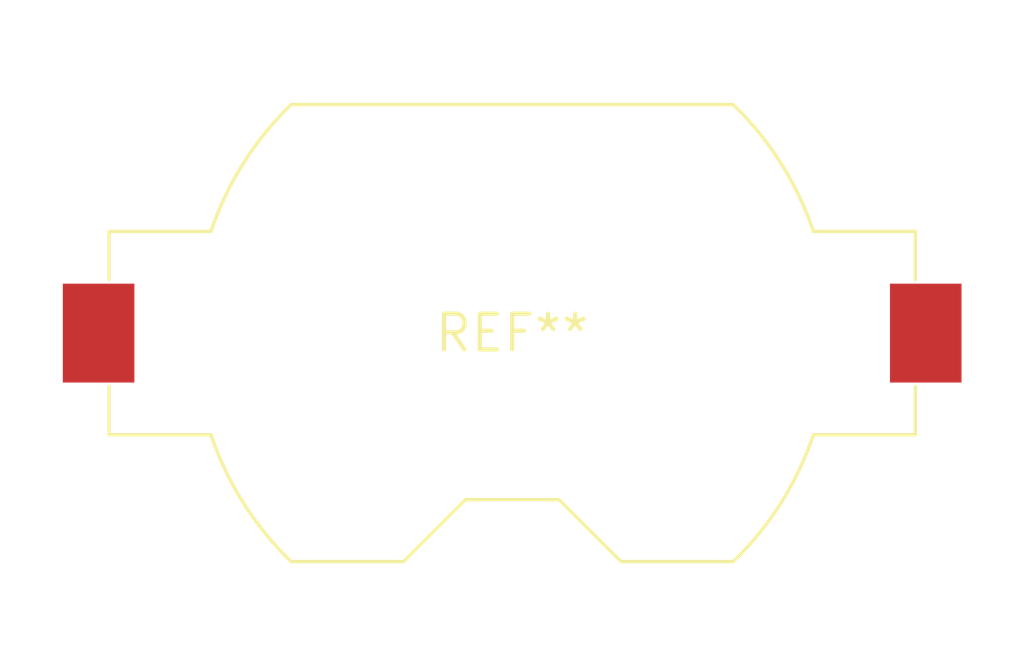
<source format=kicad_pcb>
(kicad_pcb (version 20240108) (generator pcbnew)
  (layers (0 "F.Cu" signal) (31 "B.Cu" signal) (34 "B.Paste" user) (35 "F.Paste" user) (36 "B.SilkS" user "B.Silkscreen") (37 "F.SilkS" user "F.Silkscreen") (38 "B.Mask" user) (39 "F.Mask" user) (44 "Edge.Cuts" user))
  (net 0 "")
  (footprint "BatteryHolder_Keystone_1058_1x2032" (layer "F.Cu") (at 0 0)
    (property "Reference" "REF**")
    (property "Value" "BatteryHolder_Keystone_1058_1x2032")
    (fp_line (start -14.31 -3.61) (end -10.692 -3.61) (layer "F.SilkS") (stroke (width 0.12)))
    (fp_line (start -14.31 -1.9) (end -14.31 -3.61) (layer "F.SilkS") (stroke (width 0.12)))
    (fp_line (start -14.31 1.9) (end -14.31 3.61) (layer "F.SilkS") (stroke (width 0.12)))
    (fp_line (start -10.692 3.61) (end -14.31 3.61) (layer "F.SilkS") (stroke (width 0.12)))
    (fp_line (start -7.8473 -8.11) (end 7.8473 -8.11) (layer "F.SilkS") (stroke (width 0.12)))
    (fp_line (start -3.86 8.11) (end -7.8473 8.11) (layer "F.SilkS") (stroke (width 0.12)))
    (fp_line (start -1.66 5.91) (end -3.86 8.11) (layer "F.SilkS") (stroke (width 0.12)))
    (fp_line (start 1.66 5.91) (end -1.66 5.91) (layer "F.SilkS") (stroke (width 0.12)))
    (fp_line (start 1.66 5.91) (end 3.86 8.11) (layer "F.SilkS") (stroke (width 0.12)))
    (fp_line (start 7.8473 8.11) (end 3.86 8.11) (layer "F.SilkS") (stroke (width 0.12)))
    (fp_line (start 10.692 -3.61) (end 14.31 -3.61) (layer "F.SilkS") (stroke (width 0.12)))
    (fp_line (start 14.31 -1.9) (end 14.31 -3.61) (layer "F.SilkS") (stroke (width 0.12)))
    (fp_line (start 14.31 1.9) (end 14.31 3.61) (layer "F.SilkS") (stroke (width 0.12)))
    (fp_line (start 14.31 3.61) (end 10.692 3.61) (layer "F.SilkS") (stroke (width 0.12)))
    (fp_arc (start -10.692 -3.61) (mid -9.538084 -6.031244) (end -7.845371 -8.111789) (layer "F.SilkS") (stroke (width 0.12)))
    (fp_arc (start -7.845371 8.111789) (mid -9.538085 6.031244) (end -10.692 3.61) (layer "F.SilkS") (stroke (width 0.12)))
    (fp_arc (start 7.845371 -8.111789) (mid 9.538085 -6.031244) (end 10.692 -3.61) (layer "F.SilkS") (stroke (width 0.12)))
    (fp_arc (start 10.692 3.61) (mid 9.538084 6.031244) (end 7.845371 8.111789) (layer "F.SilkS") (stroke (width 0.12)))
    (pad "1" smd rect (at -14.68 0) (size 2.54 3.51) (layers "F.Cu" "F.Paste" "F.Mask"))
    (pad "2" smd rect (at 14.68 0) (size 2.54 3.51) (layers "F.Cu" "F.Paste" "F.Mask"))
  )
)
</source>
